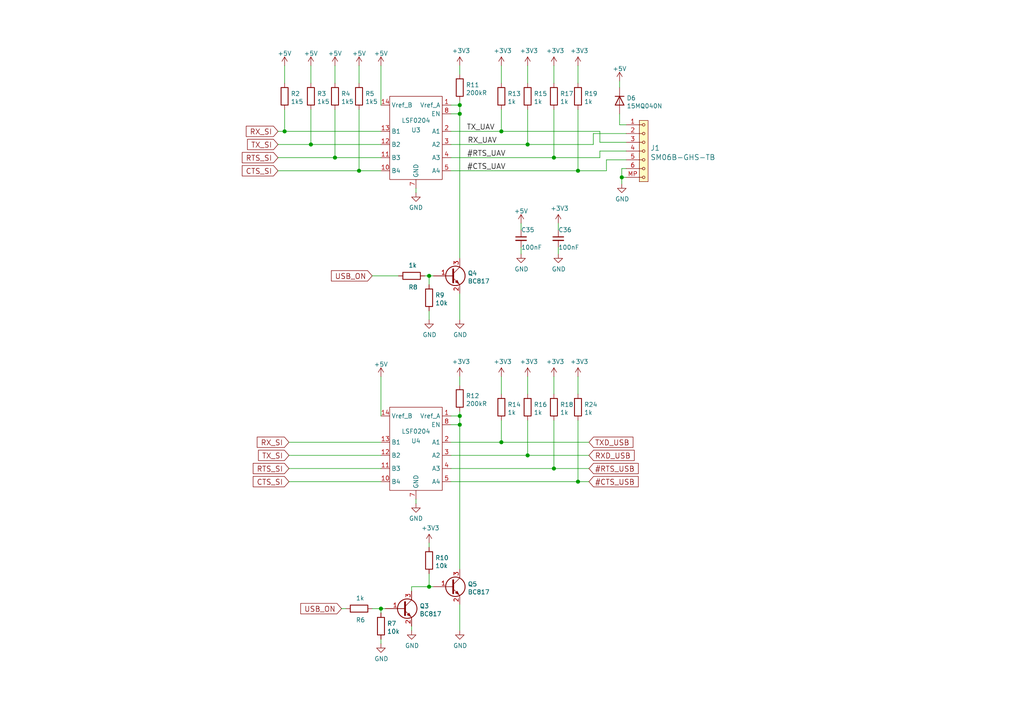
<source format=kicad_sch>
(kicad_sch (version 20210406) (generator eeschema)
  (paper "A4")
  (lib_symbols
    (symbol "Device:C_Small" (pin_numbers hide) (pin_names (offset 0.254) hide)
      (property "Reference" "C" (at 0.254 1.778 0))
      (property "Value" "C_Small" (at 0.254 -2.032 0))
      (symbol "C_Small_0_1"
        (polyline (pts (xy -1.524 -0.508) (xy 1.524 -0.508)) (stroke (width 0.3302)))
        (polyline (pts (xy -1.524 0.508) (xy 1.524 0.508)) (stroke (width 0.3048)))
      )
      (symbol "C_Small_1_1"
        (pin passive line (at 0 2.54 270) (length 2.032) (name "~") (number "1"))
        (pin passive line (at 0 -2.54 90) (length 2.032) (name "~") (number "2"))
      )
    )
    (symbol "Device:D" (pin_numbers hide) (pin_names (offset 1.016) hide)
      (property "Reference" "D" (at 0 2.54 0))
      (property "Value" "D" (at 0 -2.54 0))
      (symbol "D_0_1"
        (polyline (pts (xy -1.27 1.27) (xy -1.27 -1.27)) (stroke (width 0.254)))
        (polyline (pts (xy 1.27 0) (xy -1.27 0)))
        (polyline (pts (xy 1.27 1.27) (xy 1.27 -1.27) (xy -1.27 0) (xy 1.27 1.27)) (stroke (width 0.254)))
      )
      (symbol "D_1_1"
        (pin passive line (at -3.81 0 0) (length 2.54) (name "K") (number "1"))
        (pin passive line (at 3.81 0 180) (length 2.54) (name "A") (number "2"))
      )
    )
    (symbol "Device:R" (pin_numbers hide) (pin_names (offset 0))
      (property "Reference" "R" (at 2.032 0 90))
      (property "Value" "R" (at 0 0 90))
      (symbol "R_0_1"
        (rectangle (start -1.016 -2.54) (end 1.016 2.54) (stroke (width 0.254)))
      )
      (symbol "R_1_1"
        (pin passive line (at 0 3.81 270) (length 1.27) (name "~") (number "1"))
        (pin passive line (at 0 -3.81 90) (length 1.27) (name "~") (number "2"))
      )
    )
    (symbol "MLAB_CONNECTORS_JST:SM06B-GHS-TB" (pin_names (offset 1.016))
      (property "Reference" "J" (at 0 -10.16 0))
      (property "Value" "SM06B-GHS-TB" (at 0 10.16 0))
      (symbol "SM06B-GHS-TB_0_1"
        (circle (center 0 -7.62) (radius 0.381))
        (circle (center 0 -5.08) (radius 0.381))
        (circle (center 0 -2.54) (radius 0.381))
        (circle (center 0 0) (radius 0.381))
        (circle (center 0 2.54) (radius 0.381))
        (circle (center 0 5.08) (radius 0.381))
        (circle (center 0 7.62) (radius 0.381))
        (rectangle (start -1.27 8.89) (end 1.27 -8.89) (fill (type background)))
        (polyline (pts (xy -1.27 -7.62) (xy -0.381 -7.62)))
        (polyline (pts (xy -1.27 -5.08) (xy -0.381 -5.08)))
        (polyline (pts (xy -1.27 -2.54) (xy -0.381 -2.54)))
        (polyline (pts (xy -1.27 0) (xy -0.381 0)))
        (polyline (pts (xy -1.27 2.54) (xy -0.381 2.54)))
        (polyline (pts (xy -1.27 5.08) (xy -0.381 5.08)))
        (polyline (pts (xy -1.27 7.62) (xy -0.381 7.62)))
      )
      (symbol "SM06B-GHS-TB_1_1"
        (pin input line (at -5.08 7.62 0) (length 3.81) (name "~") (number "1"))
        (pin input line (at -5.08 5.08 0) (length 3.81) (name "~") (number "2"))
        (pin input line (at -5.08 2.54 0) (length 3.81) (name "~") (number "3"))
        (pin input line (at -5.08 0 0) (length 3.81) (name "~") (number "4"))
        (pin input line (at -5.08 -2.54 0) (length 3.81) (name "~") (number "5"))
        (pin input line (at -5.08 -5.08 0) (length 3.81) (name "~") (number "6"))
        (pin input line (at -5.08 -7.62 0) (length 3.81) (name "~") (number "MP"))
      )
    )
    (symbol "MLAB_IO:LSF0204"
      (property "Reference" "U" (at -5.08 12.7 0))
      (property "Value" "LSF0204" (at 2.54 5.08 0))
      (symbol "LSF0204_0_1"
        (rectangle (start -7.62 11.43) (end 7.62 -12.7) (stroke (width 0.1524)))
      )
      (symbol "LSF0204_1_1"
        (pin power_in line (at -10.16 8.89 0) (length 2.54) (name "Vref_A") (number "1"))
        (pin bidirectional line (at 10.16 -10.16 180) (length 2.54) (name "B4") (number "10"))
        (pin bidirectional line (at 10.16 -6.35 180) (length 2.54) (name "B3") (number "11"))
        (pin bidirectional line (at 10.16 -2.54 180) (length 2.54) (name "B2") (number "12"))
        (pin bidirectional line (at 10.16 1.27 180) (length 2.54) (name "B1") (number "13"))
        (pin power_in line (at 10.16 8.89 180) (length 2.54) (name "Vref_B") (number "14"))
        (pin bidirectional line (at -10.16 1.27 0) (length 2.54) (name "A1") (number "2"))
        (pin bidirectional line (at -10.16 -2.54 0) (length 2.54) (name "A2") (number "3"))
        (pin bidirectional line (at -10.16 -6.35 0) (length 2.54) (name "A3") (number "4"))
        (pin bidirectional line (at -10.16 -10.16 0) (length 2.54) (name "A4") (number "5"))
        (pin no_connect line (at -1.27 -1.27 270) (length 2.54) hide (name "NC") (number "6"))
        (pin unspecified line (at 0 -15.24 90) (length 2.54) (name "GND") (number "7"))
        (pin unspecified line (at -10.16 6.35 0) (length 2.54) (name "EN") (number "8"))
        (pin no_connect line (at -1.27 -1.27 270) (length 2.54) hide (name "NC") (number "9"))
      )
    )
    (symbol "Transistor_BJT:BC817" (pin_names (offset 0) hide)
      (property "Reference" "Q" (at 5.08 1.905 0))
      (property "Value" "BC817" (at 5.08 0 0))
      (symbol "BC817_0_1"
        (circle (center 1.27 0) (radius 2.8194) (stroke (width 0.254)))
        (polyline (pts (xy 0.635 0.635) (xy 2.54 2.54)))
        (polyline (pts (xy 0.635 -0.635) (xy 2.54 -2.54) (xy 2.54 -2.54)))
        (polyline (pts (xy 0.635 1.905) (xy 0.635 -1.905) (xy 0.635 -1.905)) (stroke (width 0.508)))
        (polyline (pts (xy 1.27 -1.778) (xy 1.778 -1.27) (xy 2.286 -2.286) (xy 1.27 -1.778) (xy 1.27 -1.778)) (fill (type outline)))
      )
      (symbol "BC817_1_1"
        (pin input line (at -5.08 0 0) (length 5.715) (name "B") (number "1"))
        (pin passive line (at 2.54 -5.08 90) (length 2.54) (name "E") (number "2"))
        (pin passive line (at 2.54 5.08 270) (length 2.54) (name "C") (number "3"))
      )
    )
    (symbol "power:+3V3" (power) (pin_names (offset 0))
      (property "Value" "+3V3" (at 0 3.556 0))
      (symbol "+3V3_0_1"
        (polyline (pts (xy -0.762 1.27) (xy 0 2.54)))
        (polyline (pts (xy 0 0) (xy 0 2.54)))
        (polyline (pts (xy 0 2.54) (xy 0.762 1.27)))
      )
      (symbol "+3V3_1_1"
        (pin power_in line (at 0 0 90) (length 0) hide (name "+3V3") (number "1"))
      )
    )
    (symbol "power:+5V" (power) (pin_names (offset 0))
      (property "Value" "+5V" (at 0 3.556 0))
      (symbol "+5V_0_1"
        (polyline (pts (xy -0.762 1.27) (xy 0 2.54)))
        (polyline (pts (xy 0 0) (xy 0 2.54)))
        (polyline (pts (xy 0 2.54) (xy 0.762 1.27)))
      )
      (symbol "+5V_1_1"
        (pin power_in line (at 0 0 90) (length 0) hide (name "+5V") (number "1"))
      )
    )
    (symbol "power:GND" (power) (pin_names (offset 0))
      (property "Value" "GND" (at 0 -3.81 0))
      (symbol "GND_0_1"
        (polyline (pts (xy 0 0) (xy 0 -1.27) (xy 1.27 -1.27) (xy 0 -2.54) (xy -1.27 -1.27) (xy 0 -1.27)))
      )
      (symbol "GND_1_1"
        (pin power_in line (at 0 0 270) (length 0) hide (name "GND") (number "1"))
      )
    )
  )
  (junction (at 82.55 38.1) (diameter 1.016))
  (junction (at 90.17 41.91) (diameter 1.016))
  (junction (at 97.155 45.72) (diameter 1.016))
  (junction (at 104.14 49.53) (diameter 1.016))
  (junction (at 110.49 176.53) (diameter 1.016))
  (junction (at 124.46 80.01) (diameter 1.016))
  (junction (at 124.46 170.18) (diameter 1.016))
  (junction (at 133.35 30.48) (diameter 1.016))
  (junction (at 133.35 33.02) (diameter 1.016))
  (junction (at 133.35 120.65) (diameter 1.016))
  (junction (at 133.35 123.19) (diameter 1.016))
  (junction (at 145.415 38.1) (diameter 1.016))
  (junction (at 145.415 128.27) (diameter 1.016))
  (junction (at 153.035 41.91) (diameter 1.016))
  (junction (at 153.035 132.08) (diameter 1.016))
  (junction (at 160.655 45.72) (diameter 1.016))
  (junction (at 160.655 135.89) (diameter 1.016))
  (junction (at 167.64 49.53) (diameter 1.016))
  (junction (at 167.64 139.7) (diameter 1.016))
  (junction (at 180.34 51.435) (diameter 1.016))
  (wire (pts (xy 80.645 38.1) (xy 82.55 38.1)))
  (wire (pts (xy 80.645 41.91) (xy 90.17 41.91)))
  (wire (pts (xy 80.645 45.72) (xy 97.155 45.72)))
  (wire (pts (xy 80.645 49.53) (xy 104.14 49.53)))
  (wire (pts (xy 82.55 19.05) (xy 82.55 24.13)))
  (wire (pts (xy 82.55 31.75) (xy 82.55 38.1)))
  (wire (pts (xy 82.55 38.1) (xy 110.49 38.1)))
  (wire (pts (xy 83.82 128.27) (xy 110.49 128.27)))
  (wire (pts (xy 83.82 132.08) (xy 110.49 132.08)))
  (wire (pts (xy 83.82 135.89) (xy 110.49 135.89)))
  (wire (pts (xy 83.82 139.7) (xy 110.49 139.7)))
  (wire (pts (xy 90.17 19.05) (xy 90.17 24.13)))
  (wire (pts (xy 90.17 31.75) (xy 90.17 41.91)))
  (wire (pts (xy 90.17 41.91) (xy 110.49 41.91)))
  (wire (pts (xy 97.155 19.05) (xy 97.155 24.13)))
  (wire (pts (xy 97.155 31.75) (xy 97.155 45.72)))
  (wire (pts (xy 97.155 45.72) (xy 110.49 45.72)))
  (wire (pts (xy 99.06 176.53) (xy 100.33 176.53)))
  (wire (pts (xy 104.14 19.05) (xy 104.14 24.13)))
  (wire (pts (xy 104.14 31.75) (xy 104.14 49.53)))
  (wire (pts (xy 104.14 49.53) (xy 110.49 49.53)))
  (wire (pts (xy 107.95 80.01) (xy 115.57 80.01)))
  (wire (pts (xy 107.95 176.53) (xy 110.49 176.53)))
  (wire (pts (xy 110.49 19.05) (xy 110.49 30.48)))
  (wire (pts (xy 110.49 109.22) (xy 110.49 120.65)))
  (wire (pts (xy 110.49 176.53) (xy 111.76 176.53)))
  (wire (pts (xy 110.49 177.8) (xy 110.49 176.53)))
  (wire (pts (xy 110.49 185.42) (xy 110.49 186.69)))
  (wire (pts (xy 119.38 170.18) (xy 119.38 171.45)))
  (wire (pts (xy 119.38 170.18) (xy 124.46 170.18)))
  (wire (pts (xy 119.38 181.61) (xy 119.38 182.88)))
  (wire (pts (xy 120.65 54.61) (xy 120.65 55.88)))
  (wire (pts (xy 120.65 144.78) (xy 120.65 146.05)))
  (wire (pts (xy 123.19 80.01) (xy 124.46 80.01)))
  (wire (pts (xy 124.46 80.01) (xy 124.46 82.55)))
  (wire (pts (xy 124.46 80.01) (xy 125.73 80.01)))
  (wire (pts (xy 124.46 90.17) (xy 124.46 92.71)))
  (wire (pts (xy 124.46 157.48) (xy 124.46 158.75)))
  (wire (pts (xy 124.46 166.37) (xy 124.46 170.18)))
  (wire (pts (xy 124.46 170.18) (xy 125.73 170.18)))
  (wire (pts (xy 130.81 30.48) (xy 133.35 30.48)))
  (wire (pts (xy 130.81 33.02) (xy 133.35 33.02)))
  (wire (pts (xy 130.81 38.1) (xy 145.415 38.1)))
  (wire (pts (xy 130.81 41.91) (xy 153.035 41.91)))
  (wire (pts (xy 130.81 45.72) (xy 160.655 45.72)))
  (wire (pts (xy 130.81 49.53) (xy 167.64 49.53)))
  (wire (pts (xy 130.81 120.65) (xy 133.35 120.65)))
  (wire (pts (xy 130.81 123.19) (xy 133.35 123.19)))
  (wire (pts (xy 130.81 128.27) (xy 145.415 128.27)))
  (wire (pts (xy 130.81 132.08) (xy 153.035 132.08)))
  (wire (pts (xy 130.81 135.89) (xy 160.655 135.89)))
  (wire (pts (xy 130.81 139.7) (xy 167.64 139.7)))
  (wire (pts (xy 133.35 19.05) (xy 133.35 21.59)))
  (wire (pts (xy 133.35 30.48) (xy 133.35 29.21)))
  (wire (pts (xy 133.35 33.02) (xy 133.35 30.48)))
  (wire (pts (xy 133.35 33.02) (xy 133.35 74.93)))
  (wire (pts (xy 133.35 85.09) (xy 133.35 92.71)))
  (wire (pts (xy 133.35 109.22) (xy 133.35 111.76)))
  (wire (pts (xy 133.35 120.65) (xy 133.35 119.38)))
  (wire (pts (xy 133.35 123.19) (xy 133.35 120.65)))
  (wire (pts (xy 133.35 123.19) (xy 133.35 165.1)))
  (wire (pts (xy 133.35 175.26) (xy 133.35 182.88)))
  (wire (pts (xy 145.415 19.05) (xy 145.415 24.13)))
  (wire (pts (xy 145.415 31.75) (xy 145.415 38.1)))
  (wire (pts (xy 145.415 38.1) (xy 173.99 38.1)))
  (wire (pts (xy 145.415 109.22) (xy 145.415 114.3)))
  (wire (pts (xy 145.415 121.92) (xy 145.415 128.27)))
  (wire (pts (xy 145.415 128.27) (xy 170.815 128.27)))
  (wire (pts (xy 151.13 64.77) (xy 151.13 66.675)))
  (wire (pts (xy 151.13 71.755) (xy 151.13 73.66)))
  (wire (pts (xy 153.035 19.05) (xy 153.035 24.13)))
  (wire (pts (xy 153.035 31.75) (xy 153.035 41.91)))
  (wire (pts (xy 153.035 41.91) (xy 172.085 41.91)))
  (wire (pts (xy 153.035 109.22) (xy 153.035 114.3)))
  (wire (pts (xy 153.035 121.92) (xy 153.035 132.08)))
  (wire (pts (xy 153.035 132.08) (xy 170.815 132.08)))
  (wire (pts (xy 160.655 19.05) (xy 160.655 24.13)))
  (wire (pts (xy 160.655 31.75) (xy 160.655 45.72)))
  (wire (pts (xy 160.655 45.72) (xy 173.99 45.72)))
  (wire (pts (xy 160.655 109.22) (xy 160.655 114.3)))
  (wire (pts (xy 160.655 121.92) (xy 160.655 135.89)))
  (wire (pts (xy 160.655 135.89) (xy 170.815 135.89)))
  (wire (pts (xy 161.925 64.77) (xy 161.925 66.675)))
  (wire (pts (xy 161.925 71.755) (xy 161.925 73.66)))
  (wire (pts (xy 167.64 19.05) (xy 167.64 24.13)))
  (wire (pts (xy 167.64 31.75) (xy 167.64 49.53)))
  (wire (pts (xy 167.64 49.53) (xy 175.895 49.53)))
  (wire (pts (xy 167.64 109.22) (xy 167.64 114.3)))
  (wire (pts (xy 167.64 121.92) (xy 167.64 139.7)))
  (wire (pts (xy 167.64 139.7) (xy 170.815 139.7)))
  (wire (pts (xy 172.085 38.735) (xy 181.61 38.735)))
  (wire (pts (xy 172.085 41.91) (xy 172.085 38.735)))
  (wire (pts (xy 173.99 38.1) (xy 173.99 41.275)))
  (wire (pts (xy 173.99 41.275) (xy 181.61 41.275)))
  (wire (pts (xy 173.99 43.815) (xy 181.61 43.815)))
  (wire (pts (xy 173.99 45.72) (xy 173.99 43.815)))
  (wire (pts (xy 175.895 46.355) (xy 181.61 46.355)))
  (wire (pts (xy 175.895 49.53) (xy 175.895 46.355)))
  (wire (pts (xy 179.705 23.495) (xy 179.705 25.4)))
  (wire (pts (xy 179.705 33.02) (xy 179.705 36.195)))
  (wire (pts (xy 180.34 48.895) (xy 180.34 51.435)))
  (wire (pts (xy 180.34 51.435) (xy 180.34 53.34)))
  (wire (pts (xy 181.61 36.195) (xy 179.705 36.195)))
  (wire (pts (xy 181.61 48.895) (xy 180.34 48.895)))
  (wire (pts (xy 181.61 51.435) (xy 180.34 51.435)))
  (label "TX_UAV" (at 143.51 38.1 180) (effects (font (size 1.524 1.524))))
  (label "RX_UAV" (at 144.145 41.91 180) (effects (font (size 1.524 1.524))))
  (label "#RTS_UAV" (at 146.685 45.72 180) (effects (font (size 1.524 1.524))))
  (label "#CTS_UAV" (at 146.685 49.53 180) (effects (font (size 1.524 1.524))))
  (global_label "RX_SI" (shape input) (at 80.645 38.1 180) (effects (font (size 1.524 1.524))) (property "Intersheet References" "${INTERSHEET_REFS}" (effects hide)))
  (global_label "TX_SI" (shape input) (at 80.645 41.91 180) (effects (font (size 1.524 1.524))) (property "Intersheet References" "${INTERSHEET_REFS}" (effects hide)))
  (global_label "RTS_SI" (shape input) (at 80.645 45.72 180) (effects (font (size 1.524 1.524))) (property "Intersheet References" "${INTERSHEET_REFS}" (effects hide)))
  (global_label "CTS_SI" (shape input) (at 80.645 49.53 180) (effects (font (size 1.524 1.524))) (property "Intersheet References" "${INTERSHEET_REFS}" (effects hide)))
  (global_label "RX_SI" (shape input) (at 83.82 128.27 180) (effects (font (size 1.524 1.524))) (property "Intersheet References" "${INTERSHEET_REFS}" (effects hide)))
  (global_label "TX_SI" (shape input) (at 83.82 132.08 180) (effects (font (size 1.524 1.524))) (property "Intersheet References" "${INTERSHEET_REFS}" (effects hide)))
  (global_label "RTS_SI" (shape input) (at 83.82 135.89 180) (effects (font (size 1.524 1.524))) (property "Intersheet References" "${INTERSHEET_REFS}" (effects hide)))
  (global_label "CTS_SI" (shape input) (at 83.82 139.7 180) (effects (font (size 1.524 1.524))) (property "Intersheet References" "${INTERSHEET_REFS}" (effects hide)))
  (global_label "USB_ON" (shape input) (at 99.06 176.53 180) (effects (font (size 1.524 1.524))) (property "Intersheet References" "${INTERSHEET_REFS}" (effects hide)))
  (global_label "USB_ON" (shape input) (at 107.95 80.01 180) (effects (font (size 1.524 1.524))) (property "Intersheet References" "${INTERSHEET_REFS}" (effects hide)))
  (global_label "TXD_USB" (shape input) (at 170.815 128.27 0) (effects (font (size 1.524 1.524))) (property "Intersheet References" "${INTERSHEET_REFS}" (effects hide)))
  (global_label "RXD_USB" (shape input) (at 170.815 132.08 0) (effects (font (size 1.524 1.524))) (property "Intersheet References" "${INTERSHEET_REFS}" (effects hide)))
  (global_label "#RTS_USB" (shape input) (at 170.815 135.89 0) (effects (font (size 1.524 1.524))) (property "Intersheet References" "${INTERSHEET_REFS}" (effects hide)))
  (global_label "#CTS_USB" (shape input) (at 170.815 139.7 0) (effects (font (size 1.524 1.524))) (property "Intersheet References" "${INTERSHEET_REFS}" (effects hide)))
  (symbol (lib_id "power:+5V") (at 82.55 19.05 0) (unit 1)
    (property "Reference" "#PWR0152" (effects hide))
    (property "Value" "+5V" (at 82.55 15.5026 0))
  )
  (symbol (lib_id "power:+5V") (at 90.17 19.05 0) (unit 1)
    (property "Reference" "#PWR0151" (effects hide))
    (property "Value" "+5V" (at 90.17 15.5026 0))
  )
  (symbol (lib_id "power:+5V") (at 97.155 19.05 0) (unit 1)
    (property "Reference" "#PWR0150" (effects hide))
    (property "Value" "+5V" (at 97.155 15.5026 0))
  )
  (symbol (lib_id "power:+5V") (at 104.14 19.05 0) (unit 1)
    (property "Reference" "#PWR0149" (effects hide))
    (property "Value" "+5V" (at 104.14 15.5026 0))
  )
  (symbol (lib_id "power:+5V") (at 110.49 19.05 0) (unit 1)
    (property "Reference" "#PWR0148" (effects hide))
    (property "Value" "+5V" (at 110.49 15.5026 0))
  )
  (symbol (lib_id "power:+5V") (at 110.49 109.22 0) (unit 1)
    (property "Reference" "#PWR0137" (effects hide))
    (property "Value" "+5V" (at 110.49 105.6726 0))
  )
  (symbol (lib_id "power:+3V3") (at 124.46 157.48 0) (unit 1)
    (property "Reference" "#PWR0147" (effects hide))
    (property "Value" "+3V3" (at 124.8283 153.1556 0))
  )
  (symbol (lib_id "power:+3V3") (at 133.35 19.05 0) (unit 1)
    (property "Reference" "#PWR0154" (effects hide))
    (property "Value" "+3V3" (at 133.7183 14.7256 0))
  )
  (symbol (lib_id "power:+3V3") (at 133.35 109.22 0) (unit 1)
    (property "Reference" "#PWR0138" (effects hide))
    (property "Value" "+3V3" (at 133.7183 104.8956 0))
  )
  (symbol (lib_id "power:+3V3") (at 145.415 19.05 0) (unit 1)
    (property "Reference" "#PWR0153" (effects hide))
    (property "Value" "+3V3" (at 145.7833 14.7256 0))
  )
  (symbol (lib_id "power:+3V3") (at 145.415 109.22 0) (unit 1)
    (property "Reference" "#PWR0134" (effects hide))
    (property "Value" "+3V3" (at 145.7833 104.8956 0))
  )
  (symbol (lib_id "power:+5V") (at 151.13 64.77 0) (unit 1)
    (property "Reference" "#PWR0191" (effects hide))
    (property "Value" "+5V" (at 151.13 61.2226 0))
  )
  (symbol (lib_id "power:+3V3") (at 153.035 19.05 0) (unit 1)
    (property "Reference" "#PWR0156" (effects hide))
    (property "Value" "+3V3" (at 153.4033 14.7256 0))
  )
  (symbol (lib_id "power:+3V3") (at 153.035 109.22 0) (unit 1)
    (property "Reference" "#PWR0133" (effects hide))
    (property "Value" "+3V3" (at 153.4033 104.8956 0))
  )
  (symbol (lib_id "power:+3V3") (at 160.655 19.05 0) (unit 1)
    (property "Reference" "#PWR0155" (effects hide))
    (property "Value" "+3V3" (at 161.0233 14.7256 0))
  )
  (symbol (lib_id "power:+3V3") (at 160.655 109.22 0) (unit 1)
    (property "Reference" "#PWR0136" (effects hide))
    (property "Value" "+3V3" (at 161.0233 104.8956 0))
  )
  (symbol (lib_id "power:+3V3") (at 161.925 64.77 0) (unit 1)
    (property "Reference" "#PWR0142" (effects hide))
    (property "Value" "+3V3" (at 162.2933 60.4456 0))
  )
  (symbol (lib_id "power:+3V3") (at 167.64 19.05 0) (unit 1)
    (property "Reference" "#PWR0159" (effects hide))
    (property "Value" "+3V3" (at 168.0083 14.7256 0))
  )
  (symbol (lib_id "power:+3V3") (at 167.64 109.22 0) (unit 1)
    (property "Reference" "#PWR0135" (effects hide))
    (property "Value" "+3V3" (at 168.0083 104.8956 0))
  )
  (symbol (lib_id "power:+5V") (at 179.705 23.495 0) (unit 1)
    (property "Reference" "#PWR0157" (effects hide))
    (property "Value" "+5V" (at 179.705 19.9476 0))
  )
  (symbol (lib_id "power:GND") (at 110.49 186.69 0) (unit 1)
    (property "Reference" "#PWR0143" (effects hide))
    (property "Value" "GND" (at 110.617 191.0842 0))
  )
  (symbol (lib_id "power:GND") (at 119.38 182.88 0) (unit 1)
    (property "Reference" "#PWR0144" (effects hide))
    (property "Value" "GND" (at 119.507 187.2742 0))
  )
  (symbol (lib_id "power:GND") (at 120.65 55.88 0) (unit 1)
    (property "Reference" "#PWR0132" (effects hide))
    (property "Value" "GND" (at 120.65 60.2044 0))
  )
  (symbol (lib_id "power:GND") (at 120.65 146.05 0) (unit 1)
    (property "Reference" "#PWR0146" (effects hide))
    (property "Value" "GND" (at 120.65 150.3744 0))
  )
  (symbol (lib_id "power:GND") (at 124.46 92.71 0) (unit 1)
    (property "Reference" "#PWR0139" (effects hide))
    (property "Value" "GND" (at 124.587 97.1042 0))
  )
  (symbol (lib_id "power:GND") (at 133.35 92.71 0) (unit 1)
    (property "Reference" "#PWR0141" (effects hide))
    (property "Value" "GND" (at 133.477 97.1042 0))
  )
  (symbol (lib_id "power:GND") (at 133.35 182.88 0) (unit 1)
    (property "Reference" "#PWR0145" (effects hide))
    (property "Value" "GND" (at 133.477 187.2742 0))
  )
  (symbol (lib_id "power:GND") (at 151.13 73.66 0) (unit 1)
    (property "Reference" "#PWR0192" (effects hide))
    (property "Value" "GND" (at 151.257 78.0542 0))
  )
  (symbol (lib_id "power:GND") (at 161.925 73.66 0) (unit 1)
    (property "Reference" "#PWR0193" (effects hide))
    (property "Value" "GND" (at 162.052 78.0542 0))
  )
  (symbol (lib_id "power:GND") (at 180.34 53.34 0) (unit 1)
    (property "Reference" "#PWR0158" (effects hide))
    (property "Value" "GND" (at 180.467 57.7342 0))
  )
  (symbol (lib_id "Device:R") (at 82.55 27.94 0) (unit 1)
    (property "Reference" "R2" (at 84.3281 27.1791 0) (effects (justify left)))
    (property "Value" "1k5" (at 84.3281 29.4778 0) (effects (justify left)))
    (property "Footprint" "Resistor_SMD:R_0603_1608Metric" (effects hide))
  )
  (symbol (lib_id "Device:R") (at 90.17 27.94 0) (unit 1)
    (property "Reference" "R3" (at 91.9481 27.1791 0) (effects (justify left)))
    (property "Value" "1k5" (at 91.9481 29.4778 0) (effects (justify left)))
    (property "Footprint" "Resistor_SMD:R_0603_1608Metric" (effects hide))
  )
  (symbol (lib_id "Device:R") (at 97.155 27.94 0) (unit 1)
    (property "Reference" "R4" (at 98.9331 27.1791 0) (effects (justify left)))
    (property "Value" "1k5" (at 98.9331 29.4778 0) (effects (justify left)))
    (property "Footprint" "Resistor_SMD:R_0603_1608Metric" (effects hide))
  )
  (symbol (lib_id "Device:R") (at 104.14 27.94 0) (unit 1)
    (property "Reference" "R5" (at 105.9181 27.1791 0) (effects (justify left)))
    (property "Value" "1k5" (at 105.9181 29.4778 0) (effects (justify left)))
    (property "Footprint" "Resistor_SMD:R_0603_1608Metric" (effects hide))
  )
  (symbol (lib_id "Device:R") (at 104.14 176.53 90) (unit 1)
    (property "Reference" "R6" (at 105.9191 179.8319 90) (effects (justify left)))
    (property "Value" "1k" (at 105.6778 173.4819 90) (effects (justify left)))
    (property "Footprint" "Resistor_SMD:R_0603_1608Metric" (effects hide))
  )
  (symbol (lib_id "Device:R") (at 110.49 181.61 0) (unit 1)
    (property "Reference" "R7" (at 112.2681 180.8491 0) (effects (justify left)))
    (property "Value" "10k" (at 112.2681 183.1478 0) (effects (justify left)))
    (property "Footprint" "Resistor_SMD:R_0603_1608Metric" (effects hide))
  )
  (symbol (lib_id "Device:R") (at 119.38 80.01 90) (unit 1)
    (property "Reference" "R8" (at 121.1591 83.3119 90) (effects (justify left)))
    (property "Value" "1k" (at 120.9178 76.9619 90) (effects (justify left)))
    (property "Footprint" "Resistor_SMD:R_0603_1608Metric" (effects hide))
  )
  (symbol (lib_id "Device:R") (at 124.46 86.36 0) (unit 1)
    (property "Reference" "R9" (at 126.2381 85.5991 0) (effects (justify left)))
    (property "Value" "10k" (at 126.2381 87.8978 0) (effects (justify left)))
    (property "Footprint" "Resistor_SMD:R_0603_1608Metric" (effects hide))
  )
  (symbol (lib_id "Device:R") (at 124.46 162.56 0) (unit 1)
    (property "Reference" "R10" (at 126.2381 161.7991 0) (effects (justify left)))
    (property "Value" "10k" (at 126.2381 164.0978 0) (effects (justify left)))
    (property "Footprint" "Resistor_SMD:R_0603_1608Metric" (effects hide))
  )
  (symbol (lib_id "Device:R") (at 133.35 25.4 0) (unit 1)
    (property "Reference" "R11" (at 135.1281 24.6391 0) (effects (justify left)))
    (property "Value" "200kR" (at 135.1281 26.9378 0) (effects (justify left)))
    (property "Footprint" "Resistor_SMD:R_0603_1608Metric" (effects hide))
  )
  (symbol (lib_id "Device:R") (at 133.35 115.57 0) (unit 1)
    (property "Reference" "R12" (at 135.1281 114.8091 0) (effects (justify left)))
    (property "Value" "200kR" (at 135.1281 117.1078 0) (effects (justify left)))
    (property "Footprint" "Resistor_SMD:R_0603_1608Metric" (effects hide))
  )
  (symbol (lib_id "Device:R") (at 145.415 27.94 0) (unit 1)
    (property "Reference" "R13" (at 147.1931 27.1791 0) (effects (justify left)))
    (property "Value" "1k" (at 147.1931 29.4778 0) (effects (justify left)))
    (property "Footprint" "Resistor_SMD:R_0603_1608Metric" (effects hide))
  )
  (symbol (lib_id "Device:R") (at 145.415 118.11 0) (unit 1)
    (property "Reference" "R14" (at 147.1931 117.3491 0) (effects (justify left)))
    (property "Value" "1k" (at 147.1931 119.6478 0) (effects (justify left)))
    (property "Footprint" "Resistor_SMD:R_0603_1608Metric" (effects hide))
  )
  (symbol (lib_id "Device:R") (at 153.035 27.94 0) (unit 1)
    (property "Reference" "R15" (at 154.8131 27.1791 0) (effects (justify left)))
    (property "Value" "1k" (at 154.8131 29.4778 0) (effects (justify left)))
    (property "Footprint" "Resistor_SMD:R_0603_1608Metric" (effects hide))
  )
  (symbol (lib_id "Device:R") (at 153.035 118.11 0) (unit 1)
    (property "Reference" "R16" (at 154.8131 117.3491 0) (effects (justify left)))
    (property "Value" "1k" (at 154.8131 119.6478 0) (effects (justify left)))
    (property "Footprint" "Resistor_SMD:R_0603_1608Metric" (effects hide))
  )
  (symbol (lib_id "Device:R") (at 160.655 27.94 0) (unit 1)
    (property "Reference" "R17" (at 162.4331 27.1791 0) (effects (justify left)))
    (property "Value" "1k" (at 162.4331 29.4778 0) (effects (justify left)))
    (property "Footprint" "Resistor_SMD:R_0603_1608Metric" (effects hide))
  )
  (symbol (lib_id "Device:R") (at 160.655 118.11 0) (unit 1)
    (property "Reference" "R18" (at 162.4331 117.3491 0) (effects (justify left)))
    (property "Value" "1k" (at 162.4331 119.6478 0) (effects (justify left)))
    (property "Footprint" "Resistor_SMD:R_0603_1608Metric" (effects hide))
  )
  (symbol (lib_id "Device:R") (at 167.64 27.94 0) (unit 1)
    (property "Reference" "R19" (at 169.4181 27.1791 0) (effects (justify left)))
    (property "Value" "1k" (at 169.4181 29.4778 0) (effects (justify left)))
    (property "Footprint" "Resistor_SMD:R_0603_1608Metric" (effects hide))
  )
  (symbol (lib_id "Device:R") (at 167.64 118.11 0) (unit 1)
    (property "Reference" "R24" (at 169.4181 117.3491 0) (effects (justify left)))
    (property "Value" "1k" (at 169.4181 119.6478 0) (effects (justify left)))
    (property "Footprint" "Resistor_SMD:R_0603_1608Metric" (effects hide))
  )
  (symbol (lib_id "Device:C_Small") (at 151.13 69.215 0) (unit 1)
    (property "Reference" "C35" (at 151.13 66.675 0) (effects (justify left)))
    (property "Value" "100nF" (at 151.13 71.755 0) (effects (justify left)))
    (property "Footprint" "Capacitor_SMD:C_0603_1608Metric" (effects hide))
    (property "UST_ID" "5c70984712875079b91f8b4c" (effects hide))
  )
  (symbol (lib_id "Device:C_Small") (at 161.925 69.215 0) (unit 1)
    (property "Reference" "C36" (at 161.925 66.675 0) (effects (justify left)))
    (property "Value" "100nF" (at 161.925 71.755 0) (effects (justify left)))
    (property "Footprint" "Capacitor_SMD:C_0603_1608Metric" (effects hide))
    (property "UST_ID" "5c70984712875079b91f8b4c" (effects hide))
  )
  (symbol (lib_id "Device:D") (at 179.705 29.21 270) (unit 1)
    (property "Reference" "D6" (at 181.7371 28.4491 90) (effects (justify left)))
    (property "Value" "15MQ040N" (at 181.7371 30.7478 90) (effects (justify left)))
    (property "Footprint" "Diode_SMD:D_SMA" (effects hide))
  )
  (symbol (lib_id "Transistor_BJT:BC817") (at 116.84 176.53 0) (unit 1)
    (property "Reference" "Q3" (at 121.6915 175.7691 0) (effects (justify left)))
    (property "Value" "BC817" (at 121.6915 178.0678 0) (effects (justify left)))
    (property "Footprint" "Package_TO_SOT_SMD:SOT-23" (effects hide))
    (property "Datasheet" "http://www.fairchildsemi.com/ds/BC/BC817.pdf" (effects hide))
  )
  (symbol (lib_id "Transistor_BJT:BC817") (at 130.81 80.01 0) (unit 1)
    (property "Reference" "Q4" (at 135.6615 79.2491 0) (effects (justify left)))
    (property "Value" "BC817" (at 135.6615 81.5478 0) (effects (justify left)))
    (property "Footprint" "Package_TO_SOT_SMD:SOT-23" (effects hide))
    (property "Datasheet" "http://www.fairchildsemi.com/ds/BC/BC817.pdf" (effects hide))
  )
  (symbol (lib_id "Transistor_BJT:BC817") (at 130.81 170.18 0) (unit 1)
    (property "Reference" "Q5" (at 135.6615 169.4191 0) (effects (justify left)))
    (property "Value" "BC817" (at 135.6615 171.7178 0) (effects (justify left)))
    (property "Footprint" "Package_TO_SOT_SMD:SOT-23" (effects hide))
    (property "Datasheet" "http://www.fairchildsemi.com/ds/BC/BC817.pdf" (effects hide))
  )
  (symbol (lib_id "MLAB_CONNECTORS_JST:SM06B-GHS-TB") (at 186.69 43.815 0) (unit 1)
    (property "Reference" "J1" (at 188.5951 42.9274 0) (effects (font (size 1.524 1.524)) (justify left)))
    (property "Value" "SM06B-GHS-TB" (at 188.5951 45.635 0) (effects (font (size 1.524 1.524)) (justify left)))
    (property "Footprint" "Connector_JST:JST_GH_SM06B-GHS-TB_1x06-1MP_P1.25mm_Horizontal" (effects hide))
  )
  (symbol (lib_id "MLAB_IO:LSF0204") (at 120.65 39.37 0) (mirror y) (unit 1)
    (property "Reference" "U3" (at 120.65 37.7254 0))
    (property "Value" "LSF0204" (at 120.65 34.9441 0))
    (property "Footprint" "Package_SO:TSSOP-14_4.4x5mm_P0.65mm" (effects hide))
  )
  (symbol (lib_id "MLAB_IO:LSF0204") (at 120.65 129.54 0) (mirror y) (unit 1)
    (property "Reference" "U4" (at 120.65 127.8954 0))
    (property "Value" "LSF0204" (at 120.65 125.1141 0))
    (property "Footprint" "Package_SO:TSSOP-14_4.4x5mm_P0.65mm" (effects hide))
  )
)
</source>
